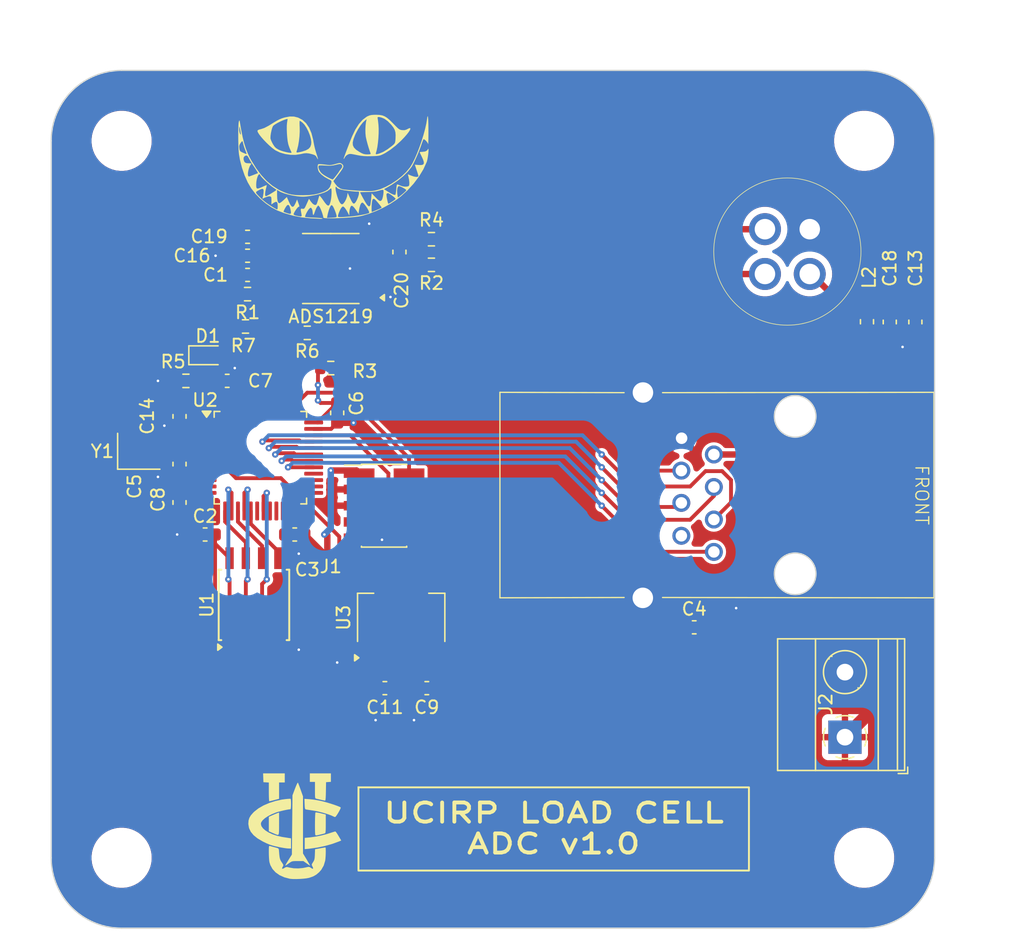
<source format=kicad_pcb>
(kicad_pcb (version 20240108) (generator "pcbnew") (generator_version "8.0")
  (layers (0 "F.Cu" power) (31 "B.Cu" power) (34 "B.Paste" user) (35 "F.Paste" user) (36 "B.SilkS" user "B.Silkscreen") (37 "F.SilkS" user "F.Silkscreen") (38 "B.Mask" user) (39 "F.Mask" user) (44 "Edge.Cuts" user))
  (net 0 "")
  (net 1 "+3.3V")
  (net 2 "GND")
  (net 3 "NRST")
  (net 4 "VBUS")
  (net 5 "VLC")
  (net 6 "Net-(ADS1219-AIN3)")
  (net 7 "Net-(ADS1219-AIN2)")
  (net 8 "Net-(D1-K)")
  (net 9 "DEBUG_SWCLK")
  (net 10 "DEBUG_SWDIO")
  (net 14 "AIN+")
  (net 15 "AIN-")
  (net 16 "ADS_DRDY")
  (net 18 "MEM_SCK")
  (net 19 "MEM_HOLD")
  (net 20 "MEM_CS")
  (net 21 "MEM_MOSI")
  (net 22 "MEM_WP")
  (net 23 "MEM_MISO")
  (net 36 "HSE_IN")
  (net 42 "ADS_DATA")
  (net 44 "ADS_CLK")
  (net 48 "Net-(ADS1219-RESET)")
  (net 50 "ETH_~{RST}")
  (net 51 "ETH_RX")
  (net 52 "ETH_TX")
  (net 53 "ETH_RTS")
  (net 54 "ETH_CTS")
  (footprint "Resistor_SMD:R_0603_1608Metric" (layer "F.Cu") (at 150.2 97.185 180)
    (property "Reference" "R2")
    (property "Value" "100")
  )
  (footprint "Resistor_SMD:R_0603_1608Metric" (layer "F.Cu") (at 131.0225 106.25)
    (property "Reference" "R5")
    (property "Value" "470")
  )
  (footprint "GSE:GC-XPORT" (layer "F.Cu") (at 172.5 115.17 180)
    (property "Reference" "U5" (hide yes))
    (property "Value" "~")
    (fp_circle (center -6.11 6.15) (end -4.485 6.15) (stroke (width 0.1)) (fill none) (layer "Edge.Cuts"))
    (fp_circle (center -6.11 -6.15) (end -4.485 -6.15) (stroke (width 0.1)) (fill none) (layer "Edge.Cuts"))
  )
  (footprint "Package_QFP:LQFP-48_7x7mm_P0.5mm" (layer "F.Cu") (at 136.8375 112.25)
    (property "Reference" "U2")
    (property "Value" "STM32F103C8Tx")
  )
  (footprint "Capacitor_SMD:C_0603_1608Metric_Pad1.08x0.95mm_HandSolder" (layer "F.Cu") (at 135.8375 94.9975 180)
    (property "Reference" "C19")
    (property "Value" "0.1uF")
  )
  (footprint "Resistor_SMD:R_0603_1608Metric" (layer "F.Cu") (at 135.8375 99.475 180)
    (property "Reference" "R1")
    (property "Value" "10k")
  )
  (footprint "Capacitor_SMD:C_0603_1608Metric" (layer "F.Cu") (at 170.725 125.5)
    (property "Reference" "C4")
    (property "Value" "4.7uF")
  )
  (footprint "Capacitor_SMD:C_0603_1608Metric" (layer "F.Cu") (at 132.5225 118.25)
    (property "Reference" "C2")
    (property "Value" "100nF")
  )
  (footprint "Resistor_SMD:R_0603_1608Metric" (layer "F.Cu") (at 142.3375 105.25 180)
    (property "Reference" "R3")
    (property "Value" "10k")
  )
  (footprint "Package_TO_SOT_SMD:SOT-223-3_TabPin2" (layer "F.Cu") (at 147.8375 124.75 90)
    (property "Reference" "U3")
    (property "Value" "AMS1117-3.3")
  )
  (footprint "Package_SO:TSSOP-16_4.4x5mm_P0.65mm" (layer "F.Cu") (at 142.3375 97.475 180)
    (property "Reference" "ADS1219")
    (property "Value" "~")
  )
  (footprint "Crystal:Crystal_SMD_2520-4Pin_2.5x2.0mm" (layer "F.Cu") (at 127.3375 111.75)
    (property "Reference" "Y1")
    (property "Value" "16MHz")
  )
  (footprint "LED_SMD:LED_0603_1608Metric" (layer "F.Cu") (at 132.735 104.25)
    (property "Reference" "D1")
    (property "Value" "GREEN_LED")
  )
  (footprint "TerminalBlock_Phoenix:TerminalBlock_Phoenix_MKDS-1,5-2-5.08_1x02_P5.08mm_Horizontal" (layer "F.Cu") (at 182.5 134.08 90)
    (property "Reference" "J2")
    (property "Value" "Screw_Terminal_01x02")
  )
  (footprint "Connector_PinHeader_1.27mm:PinHeader_2x05_P1.27mm_Vertical_SMD" (layer "F.Cu") (at 146.5 116)
    (property "Reference" "J1")
    (property "Value" "SWD")
  )
  (footprint "Capacitor_SMD:C_0603_1608Metric" (layer "F.Cu") (at 135.8375 97.975 180)
    (property "Reference" "C1")
    (property "Value" "0.1uF")
  )
  (footprint "Capacitor_SMD:C_0603_1608Metric" (layer "F.Cu") (at 188 101.65 -90)
    (property "Reference" "C13")
    (property "Value" "100nF")
  )
  (footprint "Capacitor_SMD:C_0603_1608Metric" (layer "F.Cu") (at 130.5225 109.025 -90)
    (property "Reference" "C14")
    (property "Value" "100nF")
  )
  (footprint "Capacitor_SMD:C_0603_1608Metric" (layer "F.Cu") (at 134.2475 106.25 180)
    (property "Reference" "C7")
    (property "Value" "100nF")
  )
  (footprint "Package_SO:SOIC-8W_5.3x5.3mm_P1.27mm" (layer "F.Cu") (at 136.3375 123.75 90)
    (property "Reference" "U1")
    (property "Value" "~")
  )
  (footprint "Inductor_SMD:L_0603_1608Metric" (layer "F.Cu") (at 184.22 101.63 -90)
    (property "Reference" "L2")
    (property "Value" "3.3uH")
  )
  (footprint "MountingHole:MountingHole_4.3mm_M4" (layer "F.Cu") (at 184 87.5)
    (property "Reference" "H3" (hide yes))
    (property "Value" "MountingHole")
  )
  (footprint "Capacitor_SMD:C_0603_1608Metric" (layer "F.Cu") (at 147.7 96.185 90)
    (property "Reference" "C20")
    (property "Value" "0.1uF")
  )
  (footprint "Capacitor_SMD:C_0603_1608Metric_Pad1.08x0.95mm_HandSolder" (layer "F.Cu") (at 135.8375 96.475 180)
    (property "Reference" "C16")
    (property "Value" "0.1uF")
  )
  (footprint "Capacitor_SMD:C_0603_1608Metric" (layer "F.Cu") (at 130.5225 115.75 90)
    (property "Reference" "C8")
    (property "Value" "100nF")
  )
  (footprint "Capacitor_SMD:C_0603_1608Metric" (layer "F.Cu") (at 139.5225 118.25)
    (property "Reference" "C3")
    (property "Value" "100nF")
  )
  (footprint "MountingHole:MountingHole_4.3mm_M4" (layer "F.Cu") (at 126 87.5)
    (property "Reference" "H2" (hide yes))
    (property "Value" "MountingHole")
  )
  (footprint "Capacitor_SMD:C_0603_1608Metric" (layer "F.Cu") (at 142.8375 108.75 90)
    (property "Reference" "C6")
    (property "Value" "100nF")
  )
  (footprint "UCIRP-KiCAD-Lib:gx12" (layer "F.Cu") (at 178 96.15 180)
    (property "Reference" "GX12" (hide yes))
    (property "Value" "~" (hide yes))
  )
  (footprint "Capacitor_SMD:C_0603_1608Metric" (layer "F.Cu") (at 130.5225 112.75 90)
    (property "Reference" "C5")
    (property "Value" "100nF")
  )
  (footprint "Resistor_SMD:R_0603_1608Metric" (layer "F.Cu") (at 135.675 102)
    (property "Reference" "R7")
    (property "Value" "2.2K")
  )
  (footprint "Resistor_SMD:R_0603_1608Metric" (layer "F.Cu") (at 150.2 95.185 180)
    (property "Reference" "R4")
    (property "Value" "100")
  )
  (footprint "UCILIB:uci_rocket_logo" (layer "F.Cu") (at 139.5 141)
    (property "Reference" "G***" (hide yes))
    (property "Value" "LOGO" (hide yes))
  )
  (footprint "UCILIB:cat_logo" (layer "F.Cu") (at 142.5 89.5)
    (property "Reference" "G***" (hide yes))
    (property "Value" "LOGO" (hide yes))
  )
  (footprint "Capacitor_SMD:C_0603_1608Metric" (layer "F.Cu") (at 146.5625 130.25)
    (property "Reference" "C11")
    (property "Value" "22uF")
  )
  (footprint "Capacitor_SMD:C_0603_1608Metric" (layer "F.Cu") (at 186 101.65 -90)
    (property "Reference" "C18")
    (property "Value" "10uF")
  )
  (footprint "MountingHole:MountingHole_4.3mm_M4" (layer "F.Cu") (at 184 143.5)
    (property "Reference" "H1" (hide yes))
    (property "Value" "MountingHole")
  )
  (footprint "MountingHole:MountingHole_4.3mm_M4" (layer "F.Cu") (at 126 143.5)
    (property "Reference" "H4" (hide yes))
    (property "Value" "MountingHole")
  )
  (footprint "Capacitor_SMD:C_0603_1608Metric" (layer "F.Cu") (at 149.8375 130.25)
    (property "Reference" "C9")
    (property "Value" "22uF")
  )
  (footprint "Resistor_SMD:R_0603_1608Metric" (layer "F.Cu") (at 140.5 102.5 180)
    (property "Reference" "R6")
    (property "Value" "2.2K")
  )
  (gr_line (start 184 82) (end 126 82) (stroke (width 0.1)) (layer "Edge.Cuts"))
  (gr_line (start 120.5 87.5) (end 120.5 143.5) (stroke (width 0.1)) (layer "Edge.Cuts"))
  (gr_line (start 189.5 87.5) (end 189.5 143.5) (stroke (width 0.1)) (layer "Edge.Cuts"))
  (gr_arc (start 184 82) (mid 187.889087 83.610913) (end 189.5 87.5) (stroke (width 0.1)) (layer "Edge.Cuts"))
  (gr_arc (start 189.5 143.5) (mid 187.889087 147.389087) (end 184 149) (stroke (width 0.1)) (layer "Edge.Cuts"))
  (gr_line (start 126 149) (end 184 149) (stroke (width 0.1)) (layer "Edge.Cuts"))
  (gr_arc (start 120.5 87.5) (mid 122.110913 83.610913) (end 126 82) (stroke (width 0.1)) (layer "Edge.Cuts"))
  (gr_arc (start 126 149) (mid 122.110913 147.389087) (end 120.5 143.5) (stroke (width 0.1)) (layer "Edge.Cuts"))
  (gr_text_box "UCIRP LOAD CELL ADC v1.0\n" (start 144.5 138) (end 175 144.5) (layer "F.SilkS") (effects (font (size 1.5 2) (thickness 0.3) (bold yes)) (justify top)) (border yes) (stroke (width 0.15)))
  (segment (start 131.3375 102) (end 130.8375 101.5) (width 0.3) (layer "F.Cu") (net 1))
  (segment (start 131.8375 93.475) (end 136.3375 93.475) (width 0.3) (layer "F.Cu") (net 1))
  (segment (start 144.34 113.25) (end 144.55 113.46) (width 0.5) (layer "F.Cu") (net 1))
  (segment (start 131.3375 113.99688) (end 131.83438 113.5) (width 0.3) (layer "F.Cu") (net 1))
  (segment (start 135.0125 99.475) (end 130.8375 99.475) (width 0.3) (layer "F.Cu") (net 1))
  (segment (start 139.475 97.8) (end 136.7875 97.8) (width 0.3) (layer "F.Cu") (net 1))
  (segment (start 133.4725 106.25) (end 133.4725 104.3) (width 0.3) (layer "F.Cu") (net 1))
  (segment (start 130.5225 114.975) (end 128.1125 114.975) (width 0.3) (layer "F.Cu") (net 1))
  (segment (start 132.6475 107.075) (end 129.0125 107.075) (width 0.3) (layer "F.Cu") (net 1))
  (segment (start 133.2975 118.25) (end 133.2975 128.14) (width 0.3) (layer "F.Cu") (net 1))
  (segment (start 141.988972 118.25) (end 141.8375 118.25) (width 0.5) (layer "F.Cu") (net 1))
  (segment (start 139.475 97.15) (end 137.375 97.15) (width 0.3) (layer "F.Cu") (net 1))
  (segment (start 128.8875 108.25) (end 126.4625 110.675) (width 0.3) (layer "F.Cu") (net 1))
  (segment (start 139.475 97.8) (end 140.269606 97.8) (width 0.3) (layer "F.Cu") (net 1))
  (segment (start 142.0675 118.328528) (end 141.988972 118.25) (width 0.5) (layer "F.Cu") (net 1))
  (segment (start 142.0675 120.02) (end 142.0675 118.328528) (width 0.5) (layer "F.Cu") (net 1))
  (segment (start 129.3375 108.25) (end 127.8375 108.25) (width 0.3) (layer "F.Cu") (net 1))
  (segment (start 139.5875 117.5) (end 139.5875 116.4125) (width 0.3) (layer "F.Cu") (net 1))
  (segment (start 130.8375 102.25) (end 130.8375 101.5) (width 0.3) (layer "F.Cu") (net 1))
  (segment (start 133.4725 106.25) (end 132.6475 107.075) (width 0.3) (layer "F.Cu") (net 1))
  (segment (start 169.95 125.5) (end 147.8375 125.5) (width 0.5) (layer "F.Cu") (net 1))
  (segment (start 124.8375 119.68) (end 133.3725 128.215) (width 0.3) (layer "F.Cu") (net 1))
  (segment (start 141.5125 99.042894) (end 141.5125 105.25) (width 0.3) (layer "F.Cu") (net 1))
  (segment (start 130.6125 114.975) (end 131.3375 114.25) (width 0.3) (layer "F.Cu") (net 1))
  (segment (start 136.7 93.8375) (end 136.7 94.9975) (width 0.3) (layer "F.Cu") (net 1))
  (segment (start 175.5 112) (end 172.26 112) (width 0.5) (layer "F.Cu") (net 1))
  (segment (start 133.3725 128.215) (end 134.0075 128.85) (width 0.3) (layer "F.Cu") (net 1))
  (segment (start 143.6475 121.6) (end 142.0675 120.02) (width 0.5) (layer "F.Cu") (net 1))
  (segment (start 127.8375 108.25) (end 124.8375 108.25) (width 0.3) (layer "F.Cu") (net 1))
  (segment (start 140.269606 97.8) (end 141.5125 99.042894) (width 0.3) (layer "F.Cu") (net 1))
  (segment (start 134.85 102) (end 131.3375 102) (width 0.3) (layer "F.Cu") (net 1))
  (segment (start 147.8375 121.6) (end 147.8375 125.5) (width 0.5) (layer "F.Cu") (net 1))
  (segment (start 175.5 120) (end 175.5 112) (width 0.5) (layer "F.Cu") (net 1))
  (segment (start 136.6125 97.975) (end 136.6125 96.5625) (width 0.3) (layer "F.Cu") (net 1))
  (segment (start 124.8375 108.25) (end 130.8375 102.25) (width 0.3) (layer "F.Cu") (net 1))
  (segment (start 141.3125 109.5) (end 142.8375 107.975) (width 0.3) (layer "F.Cu") (net 1))
  (segment (start 129.0125 107.075) (end 127.8375 108.25) (width 0.3) (layer "F.Cu") (net 1))
  (segment (start 130.8375 99.475) (end 131.3375 98.975) (width 0.3) (layer "F.Cu") (net 1))
  (segment (start 124.8375 108.25) (end 124.8375 118.25) (width 0.3) (layer "F.Cu") (net 1))
  (segment (start 131.83438 113.5) (end 132.675 113.5) (width 0.3) (layer "F.Cu") (net 1))
  (segment (start 126.4625 110.675) (end 126.4625 111.05) (width 0.3) (layer "F.Cu") (net 1))
  (segment (start 141.3375 106.575) (end 141.3375 105.425) (width 0.3) (layer "F.Cu") (net 1))
  (segment (start 124.8375 118.25) (end 124.8375 119.68) (width 0.3) (layer "F.Cu") (net 1))
  (segment (start 147.8375 125.5) (end 147.8375 127.9) (width 0.5) (layer "F.Cu") (net 1))
  (segment (start 131.425 108.25) (end 132.675 109.5) (width 0.3) (layer "F.Cu") (net 1))
  (segment (start 130.8375 101.5) (end 130.8375 99.475) (width 0.3) (layer "F.Cu") (net 1))
  (segment (start 142.0675 120.02) (end 140.2975 118.25) (width 0.5) (layer "F.Cu") (net 1))
  (segment (start 133.2975 128.14) (end 133.3725 128.215) (width 0.3) (layer "F.Cu") (net 1))
  (segment (start 131.3375 98.975) (end 131.3375 93.975) (width 0.3) (layer "F.Cu") (net 1))
  (segment (start 133.2975 118.25) (end 133.2975 118.965) (width 0.3) (layer "F.Cu") (net 1))
  (segment (start 134.0875 108.0875) (end 134.0875 106.865) (width 0.3) (layer "F.Cu") (net 1))
  (segment (start 140.2975 118.21) (end 139.5875 117.5) (width 0.3) (layer "F.Cu") (net 1))
  (segment (start 131.3375 93.975) (end 131.8375 93.475) (width 0.3) (layer "F.Cu") (net 1))
  (segment (start 142.3375 113.25) (end 144.34 113.25) (width 0.5) (layer "F.Cu") (net 1))
  (segment (start 130.5225 108.25) (end 131.425 108.25) (width 0.3) (layer "F.Cu") (net 1))
  (segment (start 128.1125 114.975) (end 124.8375 118.25) (width 0.3) (layer "F.Cu") (net 1))
  (segment (start 133.2975 118.965) (end 134.4325 120.1) (width 0.3) (layer "F.Cu") (net 1))
  (segment (start 134.0875 106.865) (end 133.4725 106.25) (width 0.3) (layer "F.Cu") (net 1))
  (segment (start 136.3375 93.475) (end 136.7 93.8375) (width 0.3) (layer "F.Cu") (net 1))
  (segment (start 134.0075 128.85) (end 140.5875 128.85) (width 0.3) (layer "F.Cu") (net 1))
  (segment (start 140.5875 128.85) (end 147.8375 121.6) (width 0.3) (layer "F.Cu") (net 1))
  (segment (start 129.3375 108.25) (end 128.8875 108.25) (width 0.3) (layer "F.Cu") (net 1))
  (segment (start 175.45 120) (end 175.5 120) (width 0.5) (layer "F.Cu") (net 1))
  (segment (start 137.375 97.15) (end 136.7 96.475) (width 0.3) (layer "F.Cu") (net 1))
  (segment (start 136.7 96.475) (end 136.7 94.9975) (width 0.3) (layer "F.Cu") (net 1))
  (segment (start 131.3375 114.25) (end 131.3375 113.99688) (width 0.3) (layer "F.Cu") (net 1))
  (segment (start 169.95 125.5) (end 175.45 120) (width 0.5) (layer "F.Cu") (net 1))
  (segment (start 141.5375 107.975) (end 141.3375 107.775) (width 0.3) (layer "F.Cu") (net 1))
  (segment (start 147.3375 130.25) (end 147.3375 128.4) (width 0.5) (layer "F.Cu") (net 1))
  (segment (start 130.5225 108.25) (end 129.3375 108.25) (width 0.3) (layer "F.Cu") (net 1))
  (segment (start 139.475 95.2) (end 136.9025 95.2) (width 0.3) (layer "F.Cu") (net 1))
  (segment (start 142.8375 107.975) (end 141.5375 107.975) (width 0.3) (layer "F.Cu") (net 1))
  (segment (start 147.8375 121.6) (end 143.6475 121.6) (width 0.5) (layer "F.Cu") (net 1))
  (via (at 142.3375 113.25) (size 0.5) (drill 0.2) (layers "F.Cu" "B.Cu") (net 1))
  (via (at 141.3375 106.575) (size 0.5) (drill 0.2) (layers "F.Cu" "B.Cu") (net 1))
  (via (at 141.8375 118.25) (size 0.5) (drill 0.2) (layers "F.Cu" "B.Cu") (net 1))
  (via (at 141.3375 107.775) (size 0.5) (drill 0.2) (layers "F.Cu" "B.Cu") (net 1))
  (segment (start 142.3375 117.75) (end 142.3375 113.25) (width 0.5) (layer "B.Cu") (net 1))
  (segment (start 141.8375 118.25) (end 142.3375 117.75) (width 0.5) (layer "B.Cu") (net 1))
  (segment (start 141.3375 107.775) (end 141.3375 106.575) (width 0.3) (layer "B.Cu") (net 1))
  (segment (start 130.5225 116.525) (end 130.5225 118.065) (width 0.3) (layer "F.Cu") (net 2))
  (segment (start 145.2 95.2) (end 145.2 94.1125) (width 0.3) (layer "F.Cu") (net 2))
  (segment (start 131.0475 113) (end 130.5225 113.525) (width 0.3) (layer "F.Cu") (net 2))
  (segment (start 146.25 116) (end 146.3375 116.0875) (width 0.5) (layer "F.Cu") (net 2))
  (segment (start 130.1975 106.25) (end 128.8375 106.25) (width 0.3) (layer "F.Cu") (net 2))
  (segment (start 134.5875 106.685) (end 135.0225 106.25) (width 0.3) (layer "F.Cu") (net 2))
  (segment (start 135.4725 106.25) (end 135.0225 106.25) (width 0.3) (layer "F.Cu") (net 2))
  (segment (start 144.55 114.73) (end 144.55 116) (width 0.5) (layer "F.Cu") (net 2))
  (segment (start 144.1125 109.525) (end 142.8375 109.525) (width 0.3) (layer "F.Cu") (net 2))
  (segment (start 145.5375 127.9) (end 143.1875 127.9) (width 0.5) (layer "F.Cu") (net 2))
  (segment (start 132.675 113) (end 131.0475 113) (width 0.3) (layer "F.Cu") (net 2))
  (segment (start 138.7475 118.66) (end 139.8375 119.75) (width 0.3) (layer "F.Cu") (net 2))
  (segment (start 129.3875 109.8) (end 129.3375 109.75) (width 0.3) (layer "F.Cu") (net 2))
  (segment (start 128.2125 112.45) (end 129.4475 112.45) (width 0.5) (layer "F.Cu") (net 2))
  (segment (start 145.7875 132.7) (end 145.8375 132.75) (width 0.5) (layer "F.Cu") (net 2))
  (segment (start 135.0625 97.975) (end 135.0625 96.5625) (width 0.5) (layer "F.Cu") (net 2))
  (segment (start 139.0875 117.91) (end 139.0875 116.4125) (width 0.3) (layer "F.Cu") (net 2))
  (segment (start 136.0875 106.865) (end 135.4725 106.25) (width 0.3) (layer "F.Cu") (net 2))
  (segment (start 136.0875 108.0875) (end 136.0875 106.865) (width 0.3) (layer "F.Cu") (net 2))
  (segment (start 139.6875 127.4) (end 139.8375 127.25) (width 0.3) (layer "F.Cu") (net 2))
  (segment (start 144.1625 97.8) (end 143.8375 97.475) (width 0.3) (layer "F.Cu") (net 2))
  (segment (start 135.0225 106.25) (end 135.0225 105.435) (width 0.3) (layer "F.Cu") (net 2))
  (segment (start 146.2175 118.54) (end 146.3375 118.66) (width 0.5) (layer "F.Cu") (net 2))
  (segment (start 130.5225 109.8) (end 129.3875 109.8) (width 0.3) (layer "F.Cu") (net 2))
  (segment (start 129.0625 113.525) (end 128.8375 113.75) (width 0.5) (layer "F.Cu") (net 2))
  (segment (start 145.7875 130.25) (end 145.7875 132.7) (width 0.5) (layer "F.Cu") (net 2))
  (segment (start 141 110) (end 142.3625 110) (width 0.3) (layer "F.Cu") (net 2))
  (segment (start 143.1875 127.9) (end 142.8375 128.25) (width 0.5) (layer "F.Cu") (net 2))
  (segment (start 134.975 96.475) (end 133.3375 96.475) (width 0.5) (layer "F.Cu") (net 2))
  (segment (start 146.3375 116.0875) (end 146.3375 118.66) (width 0.5) (layer "F.Cu") (net 2))
  (segment (start 147 99.699266) (end 145.250734 99.699266) (width 0.3) (layer "F.Cu") (net 2))
  (segment (start 138.7475 118.25) (end 138.7475 118.66) (width 0.3) (layer "F.Cu") (net 2))
  (segment (start 149.0625 132.525) (end 148.8375 132.75) (width 0.5) (layer "F.Cu") (net 2))
  (segment (start 129.4475 112.45) (end 130.5225 113.525) (width 0.5) (layer "F.Cu") (net 2))
  (segment (start 135.0225 105.435) (end 134.8375 105.25) (width 0.3) (layer "F.Cu") (net 2))
  (segment (start 145.2 99.1) (end 145.2 99.75) (width 0.3) (layer "F.Cu") (net 2))
  (segment (start 142.3625 110) (end 142.8375 109.525) (width 0.3) (layer "F.Cu") (net 2))
  (segment (start 134.5875 108.0875) (end 134.5875 106.685) (width 0.3) (layer "F.Cu") (net 2))
  (segment (start 145.2 97.15) (end 145.2 97.8) (width 0.3) (layer "F.Cu") (net 2))
  (segment (start 138.7475 118.25) (end 139.0875 117.91) (width 0.3) (layer "F.Cu") (net 2))
  (segment (start 130.5225 113.525) (end 129.0625 113.525) (width 0.5) (layer "F.Cu") (net 2))
  (segment (start 134.975 94.9975) (end 134.975 96.475) (width 0.5) (layer "F.Cu") (net 2))
  (segment (start 131.7475 118.25) (end 130.3375 118.25) (width 0.3) (layer "F.Cu") (net 2))
  (segment (start 149.0625 130.25) (end 149.0625 132.525) (width 0.5) (layer "F.Cu") (net 2))
  (segment (start 130.5225 118.065) (end 130.3375 118.25) (width 0.3) (layer "F.Cu") (net 2))
  (segment (start 187 103.6) (end 188 102.6) (width 0.5) (layer "F.Cu") (net 2))
  (segment (start 144.55 118.54) (end 146.2175 118.54) (width 0.5) (layer "F.Cu") (net 2))
  (segment (start 145.2 97.8) (end 144.1625 97.8) (width 0.3) (layer "F.Cu") (net 2))
  (segment (start 138.2425 127.4) (end 139.6875 127.4) (width 0.3) (layer "F.Cu") (net 2))
  (segment (start 187 103.6) (end 186 102.6) (width 0.5) (layer "F.Cu") (net 2))
  (segment (start 145.2 94.1125) (end 145.3375 93.975) (width 0.3) (layer "F.Cu") (net 2))
  (segment (start 144.55 116) (end 146.25 116) (width 0.5) (layer "F.Cu") (net 2))
  (via (at 143.8375 97.475) (size 0.5) (drill 0.2) (layers "F.Cu" "B.Cu") (net 2))
  (via (at 139.8375 119.75) (size 0.5) (drill 0.2) (layers "F.Cu" "B.Cu") (net 2))
  (via (at 139.8375 127.25) (size 0.5) (drill 0.2) (layers "F.Cu" "B.Cu") (net 2))
  (via (at 133.3375 96.475) (size 0.5) (drill 0.2) (layers "F.Cu" "B.Cu") (net 2))
  (via (at 146.3375 118.66) (size 0.5) (drill 0.2) (layers "F.Cu" "B.Cu") (net 2))
  (via (at 145.3375 93.975) (size 0.5) (drill 0.2) (layers "F.Cu" "B.Cu") (net 2))
  (via (at 147 99.699266) (size 0.5) (drill 0.2) (layers "F.Cu" "B.Cu") (net 2))
  (via (at 142.8375 128.25) (size 0.5) (drill 0.2) (layers "F.Cu" "B.Cu") (net 2))
  (via (at 129.3375 109.75) (size 0.5) (drill 0.2) (layers "F.Cu" "B.Cu") (net 2))
  (via (at 145.8375 132.75) (size 0.5) (drill 0.2) (layers "F.Cu" "B.Cu") (net 2))
  (via (at 128.8375 106.25) (size 0.5) (drill 0.2) (layers "F.Cu" "B.Cu") (net 2))
  (via (at 134.8375 105.25) (size 0.5) (drill 0.2) (layers "F.Cu" "B.Cu") (net 2))
  (via (at 148.8375 132.75) (size 0.5) (drill 0.2) (layers "F.Cu" "B.Cu") (net 2))
  (via (at 187 103.6) (size 0.5) (drill 0.2) (layers "F.Cu" "B.Cu") (net 2))
  (via (at 174 124) (size 0.5) (drill 0.2) (layers "F.Cu" "B.Cu") (net 2))
  (via (at 128.8375 113.75) (size 0.5) (drill 0.2) (layers "F.Cu" "B.Cu") (net 2))
  (via (at 130.3375 118.25) (size 0.5) (drill 0.2) (layers "F.Cu" "B.Cu") (net 2))
  (via (at 144.1125 109.525) (size 0.5) (drill 0.2) (layers "F.Cu" "B.Cu") (net 2))
  (segment (start 131.0475 112.5) (end 130.5225 111.975) (width 0.3) (layer "F.Cu") (net 3))
  (segment (start 148.45 118.54) (end 147.73 119.26) (width 0.3) (layer "F.Cu") (net 3))
  (segment (start 143 118.4125) (end 138.4375 113.85) (width 0.3) (layer "F.Cu") (net 3))
  (segment (start 143 119.26) (end 143 118.4125) (width 0.3) (layer "F.Cu") (net 3))
  (segment (start 138.4375 113.85) (end 134.9375 113.85) (width 0.3) (layer "F.Cu") (net 3))
  (segment (start 134.9375 113.85) (end 133.5875 112.5) (width 0.3) (layer "F.Cu") (net 3))
  (segment (start 133.5875 112.5) (end 132.675 112.5) (width 0.3) (layer "F.Cu") (net 3))
  (segment (start 132.675 112.5) (end 131.0475 112.5) (width 0.3) (layer "F.Cu") (net 3))
  (segment (start 147.73 119.26) (end 143 119.26) (width 0.3) (layer "F.Cu") (net 3))
  (segment (start 187.5 129.08) (end 187.5 109.5) (width 1) (layer "F.Cu") (net 4))
  (segment (start 184.22 106.22) (end 184.22 102.4175) (width 1) (layer "F.Cu") (net 4))
  (segment (start 187.5 109.5) (end 184.22 106.22) (width 1) (layer "F.Cu") (net 4))
  (segment (start 182.5 134.08) (end 187.5 129.08) (width 1) (layer "F.Cu") (net 4))
  (segment (start 184.22 100.8425) (end 185.9675 100.8425) (width 0.5) (layer "F.Cu") (net 5))
  (segment (start 186 100.875) (end 188 100.875) (width 0.5) (layer "F.Cu") (net 5))
  (segment (start 184.22 100.8425) (end 182.8225 100.8425) (width 0.5) (layer "F.Cu") (net 5))
  (segment (start 182.8225 100.8425) (end 179.76 97.78) (width 0.5) (layer "F.Cu") (net 5))
  (segment (start 145.2 96.5) (end 147.1 96.5) (width 0.3) (layer "F.Cu") (net 6))
  (segment (start 149.375 97.185) (end 147.925 97.185) (width 0.5) (layer "F.Cu") (net 6))
  (segment (start 147.1 96.5) (end 147.6 97) (width 0.3) (layer "F.Cu") (net 6))
  (segment (start 145.2 95.85) (end 147.2 95.85) (width 0.3) (layer "F.Cu") (net 7))
  (segment (start 147.2 95.85) (end 147.6 95.45) (width 0.3) (layer "F.Cu") (net 7))
  (segment (start 149.375 95.185) (end 147.925 95.185) (width 0.5) (layer "F.Cu") (net 7))
  (segment (start 131.9475 104.25) (end 131.9475 106.15) (width 0.3) (layer "F.Cu") (net 8))
  (segment (start 148.45 114.73) (end 146.8575 114.73) (width 0.3) (layer "F.Cu") (net 9))
  (segment (start 146.8575 114.73) (end 146.8375 114.75) (width 0.3) (layer "F.Cu") (net 9))
  (segment (start 146.8375 113.4775) (end 143.86 110.5) (width 0.3) (layer "F.Cu") (net 9))
  (segment (start 143.86 110.5) (end 141 110.5) (width 0.3) (layer "F.Cu") (net 9))
  (segment (start 146.8375 114.75) (end 146.8375 113.4775) (width 0.3) (layer "F.Cu") (net 9))
  (segment (start 140.5 107.175) (end 139.5875 108.0875) (width 0.3) (layer "F.Cu") (net 10))
  (segment (start 143.331908 107.175) (end 140.5 107.175) (width 0.3) (layer "F.Cu") (net 10))
  (segment (start 148.45 113.46) (end 148.45 112.293092) (width 0.3) (layer "F.Cu") (net 10))
  (segment (start 148.45 112.293092) (end 143.331908 107.175) (width 0.3) (layer "F.Cu") (net 10))
  (segment (start 151.805 94.405) (end 151.025 95.185) (width 0.5) (layer "F.Cu") (net 14))
  (segment (start 176.26 94.405) (end 151.805 94.405) (width 0.5) (layer "F.Cu") (net 14))
  (segment (start 176.26 97.905) (end 151.745 97.905) (width 0.5) (layer "F.Cu") (net 15))
  (segment (start 151.745 97.905) (end 151.025 97.185) (width 0.5) (layer "F.Cu") (net 15))
  (segment (start 138.0875 107.24688) (end 140.5 104.83438) (width 0.3) (layer "F.Cu") (net 16))
  (segment (start 140.5 104.83438) (end 140.5 101.5) (width 0.3) (layer "F.Cu") (net 16))
  (segment (start 136.6625 99.475) (end 137.3375 99.475) (width 0.3) (layer "F.Cu") (net 16))
  (segment (start 141 101) (end 141 99.237501) (width 0.3) (layer "F.Cu") (net 16))
  (segment (start 141 99.237501) (end 140.212499 98.45) (width 0.3) (layer "F.Cu") (net 16))
  (segment (start 140.5 101.5) (end 141 101) (width 0.3) (layer "F.Cu") (net 16))
  (segment (start 137.3375 99.475) (end 138.3625 98.45) (width 0.3) (layer "F.Cu") (net 16))
  (segment (start 138.3625 98.45) (end 139.475 98.45) (width 0.3) (layer "F.Cu") (net 16))
  (segment (start 140.212499 98.45) (end 139.475 98.45) (width 0.3) (layer "F.Cu") (net 16))
  (segment (start 138.0875 108.0875) (end 138.0875 107.24688) (width 0.3) (layer "F.Cu") (net 16))
  (segment (start 136.9725 120.1) (end 136.9725 119.13812) (width 0.3) (layer "F.Cu") (net 18))
  (segment (start 136.9725 119.13812) (end 135.0875 117.25312) (width 0.3) (layer "F.Cu") (net 18))
  (segment (start 135.0875 117.25312) (end 135.0875 116.4125) (width 0.3) (layer "F.Cu") (net 18))
  (segment (start 134.0875 117.25312) (end 134.0875 116.4125) (width 0.3) (layer "F.Cu") (net 19))
  (segment (start 135.7025 118.86812) (end 134.0875 117.25312) (width 0.3) (layer "F.Cu") (net 19))
  (segment (start 135.7025 120.1) (end 135.7025 118.86812) (width 0.3) (layer "F.Cu") (net 19))
  (segment (start 134.4325 127.4) (end 134.4325 121.845) (width 0.3) (layer "F.Cu") (net 20))
  (segment (start 134.3375 114.75) (end 134.5875 115) (width 0.3) (layer "F.Cu") (net 20))
  (segment (start 134.5875 115) (end 134.5875 116.4125) (width 0.3) (layer "F.Cu") (net 20))
  (segment (start 134.4325 121.845) (end 134.3375 121.75) (width 0.3) (layer "F.Cu") (net 20))
  (via (at 134.3375 121.75) (size 0.5) (drill 0.2) (layers "F.Cu" "B.Cu") (net 20))
  (via (at 134.3375 114.75) (size 0.5) (drill 0.2) (layers "F.Cu" "B.Cu") (net 20))
  (segment (start 134.3375 121.75) (end 134.3375 114.75) (width 0.3) (layer "B.Cu") (net 20))
  (segment (start 136.0875 117.42) (end 136.0875 116.4125) (width 0.3) (layer "F.Cu") (net 21))
  (segment (start 138.2425 119.575) (end 136.0875 117.42) (width 0.3) (layer "F.Cu") (net 21))
  (segment (start 136.9725 127.4) (end 136.9725 122.115) (width 0.3) (layer "F.Cu") (net 22))
  (segment (start 137.0875 115.25) (end 137.0875 116.4125) (width 0.3) (layer "F.Cu") (net 22))
  (segment (start 137.3375 115) (end 137.0875 115.25) (width 0.3) (layer "F.Cu") (net 22))
  (segment (start 136.9725 122.115) (end 137.3375 121.75) (width 0.3) (layer "F.Cu") (net 22))
  (via (at 137.3375 115) (size 0.5) (drill 0.2) (layers "F.Cu" "B.Cu") (net 22))
  (via (at 137.3375 121.75) (size 0.5) (drill 0.2) (layers "F.Cu" "B.Cu") (net 22))
  (segment (start 137.3375 121.75) (end 137.3375 115) (width 0.3) (layer "B.Cu") (net 22))
  (segment (start 135.7025 121.885) (end 135.8375 121.75) (width 0.3) (layer "F.Cu") (net 23))
  (segment (start 135.5875 115) (end 135.5875 116.4125) (width 0.3) (layer "F.Cu") (net 23))
  (segment (start 135.8375 114.75) (end 135.5875 115) (width 0.3) (layer "F.Cu") (net 23))
  (segment (start 135.7025 127.4) (end 135.7025 121.885) (width 0.3) (layer "F.Cu") (net 23))
  (via (at 135.8375 114.75) (size 0.5) (drill 0.2) (layers "F.Cu" "B.Cu") (net 23))
  (via (at 135.8375 121.75) (size 0.5) (drill 0.2) (layers "F.Cu" "B.Cu") (net 23))
  (segment (start 135.8375 121.75) (end 135.8375 114.75) (width 0.3) (layer "B.Cu") (net 23))
  (segment (start 128.2125 111.05) (end 131.38438 111.05) (width 0.3) (layer "F.Cu") (net 36))
  (segment (start 131.38438 111.05) (end 131.83438 111.5) (width 0.3) (layer "F.Cu") (net 36))
  (segment (start 131.83438 111.5) (end 132.675 111.5) (width 0.3) (layer "F.Cu") (net 36))
  (segment (start 139.475 99.1) (end 138.7375 99.1) (width 0.3) (layer "F.Cu") (net 42))
  (segment (start 138.7375 99.1) (end 136.5875 101.25) (width 0.3) (layer "F.Cu") (net 42))
  (segment (start 136.5875 101.25) (end 136.5875 108.0875) (width 0.3) (layer "F.Cu") (net 42))
  (segment (start 139.675 102.5) (end 139.675 104.73009) (width 0.3) (layer "F.Cu") (net 44))
  (segment (start 137.0875 107.31759) (end 137.0875 108.0875) (width 0.2) (layer "F.Cu") (net 44))
  (segment (start 139.675 104.73009) (end 137.0875 107.31759) (width 0.3) (layer "F.Cu") (net 44))
  (segment (start 139.475 99.75) (end 139.675 99.95) (width 0.2) (layer "F.Cu") (net 44))
  (segment (start 139.675 99.95) (end 139.675 102.5) (width 0.3) (layer "F.Cu") (net 44))
  (segment (start 144.462501 98.45) (end 143.1625 99.750001) (width 0.3) (layer "F.Cu") (net 48))
  (segment (start 145.2 98.45) (end 144.462501 98.45) (width 0.3) (layer "F.Cu") (net 48))
  (segment (start 143.1625 99.750001) (end 143.1625 105.25) (width 0.3) (layer "F.Cu") (net 48))
  (segment (start 139.86985 110.9) (end 137.1 110.9) (width 0.3) (layer "F.Cu") (net 50))
  (segment (start 164.76 113.26) (end 169.72 113.26) (width 0.3) (layer "F.Cu") (net 50))
  (segment (start 163.5 112) (end 164.76 113.26) (width 0.3) (layer "F.Cu") (net 50))
  (segment (start 141 111) (end 139.96985 111) (width 0.3) (layer "F.Cu") (net 50))
  (segment (start 137.1 110.9) (end 137 111) (width 0.3) (layer "F.Cu") (net 50))
  (segment (start 139.96985 111) (end 139.86985 110.9) (width 0.3) (layer "F.Cu") (net 50))
  (via (at 137 111) (size 0.5) (drill 0.2) (layers "F.Cu" "B.Cu") (net 50))
  (via (at 163.5 112) (size 0.5) (drill 0.2) (layers "F.Cu" "B.Cu") (net 50))
  (segment (start 137.5 110.5) (end 137 111) (width 0.3) (layer "B.Cu") (net 50))
  (segment (start 162 110.5) (end 137.5 110.5) (width 0.3) (layer "B.Cu") (net 50))
  (segment (start 162 110.5) (end 163.5 112) (width 0.3) (layer "B.Cu") (net 50))
  (segment (start 139.455636 111.9) (end 138.1 111.9) (width 0.3) (layer "F.Cu") (net 51))
  (segment (start 138.1 111.9) (end 138 112) (width 0.3) (layer "F.Cu") (net 51))
  (segment (start 139.555636 112) (end 139.455636 111.9) (width 0.3) (layer "F.Cu") (net 51))
  (segment (start 163.5 114) (end 165.6 116.1) (width 0.3) (layer "F.Cu") (net 51))
  (segment (start 165.6 116.1) (end 169.4 116.1) (width 0.3) (layer "F.Cu") (net 51))
  (segment (start 141 112) (end 139.555636 112) (width 0.3) (layer "F.Cu") (net 51))
  (via (at 138 112) (size 0.5) (drill 0.2) (layers "F.Cu" "B.Cu") (net 51))
  (via (at 163.5 114) (size 0.5) (drill 0.2) (layers "F.Cu" "B.Cu") (net 51))
  (segment (start 161 111.5) (end 138.5 111.5) (width 0.3) (layer "B.Cu") (net 51))
  (segment (start 161 111.5) (end 163.5 114) (width 0.3) (layer "B.Cu") (net 51))
  (segment (start 138.5 111.5) (end 138 112) (width 0.3) (layer "B.Cu") (net 51))
  (segment (start 141 112.5) (end 139.348529 112.5) (width 0.3) (layer "F.Cu") (net 52))
  (segment (start 138.6 112.4) (end 138.5 112.5) (width 0.3) (layer "F.Cu") (net 52))
  (segment (start 167.503254 117.1) (end 167.622855 117.1) (width 0.3) (layer "F.Cu") (net 52))
  (segment (start 165.5 117) (end 163.5 115) (width 0.3) (layer "F.Cu") (net 52))
  (segment (start 170.4 117.1) (end 172.26 115.24) (width 0.3) (layer "F.Cu") (net 52))
  (segment (start 165.6 117.1) (end 165.5 117) (width 0.3) (layer "F.Cu") (net 52))
  (segment (start 167.622855 117.1) (end 170.4 117.1) (width 0.3) (layer "F.Cu") (net 52))
  (segment (start 172.26 115.24) (end 172.26 114.54) (width 0.3) (layer "F.Cu") (net 52))
  (segment (start 139.348529 112.5) (end 139.248529 112.4) (width 0.3) (layer "F.Cu") (net 52))
  (segment (start 139.248529 112.4) (end 138.6 112.4) (width 0.3) (layer "F.Cu") (net 52))
  (segment (start 167.503254 117.1) (end 165.6 117.1) (width 0.3) (layer "F.Cu") (net 52))
  (via (at 138.5 112.5) (size 0.5) (drill 0.2) (layers "F.Cu" "B.Cu") (net 52))
  (via (at 163.5 115) (size 0.5) (drill 0.2) (layers "F.Cu" "B.Cu") (net 52))
  (segment (start 160.65 112.15) (end 163.5 115) (width 0.3) (layer "B.Cu") (net 52))
  (segment (start 138.85 112.15) (end 138.5 112.5) (width 0.3) (layer "B.Cu") (net 52))
  (segment (start 160.65 112.15) (end 138.85 112.15) (width 0.3) (layer "B.Cu") (net 52))
  (segment (start 170.407537 114.5) (end 171.607537 113.3) (width 0.3) (layer "F.Cu") (net 53))
  (segment (start 163.5 113) (end 165 114.5) (width 0.3) (layer "F.Cu") (net 53))
  (segment (start 165 114.5) (end 170.407537 114.5) (width 0.3) (layer "F.Cu") (net 53))
  (segment (start 173.6 113.997537) (end 173.6 115.74) (width 0.3) (layer "F.Cu") (net 53))
  (segment (start 137.6 111.4) (end 137.5 111.5) (width 0.3) (layer "F.Cu") (net 53))
  (segment (start 139.662743 111.4) (end 137.6 111.4) (width 0.3) (layer "F.Cu") (net 53))
  (segment (start 171.607537 113.3) (end 172.902463 113.3) (width 0.3) (layer "F.Cu") (net 53))
  (segment (start 172.902463 113.3) (end 173.6 113.997537) (width 0.3) (layer "F.Cu") (net 53))
  (segment (start 173.6 115.74) (end 172.26 117.08) (width 0.3) (layer "F.Cu") (net 53))
  (segment (start 139.762743 111.5) (end 139.662743 111.4) (width 0.3) (layer "F.Cu") (net 53))
  (segment (start 141 111.5) (end 139.762743 111.5) (width 0.3) (layer "F.Cu") (net 53))
  (via (at 137.5 111.5) (size 0.5) (drill 0.2) (layers "F.Cu" "B.Cu") (net 53))
  (via (at 163.5 113) (size 0.5) (drill 0.2) (layers "F.Cu" "B.Cu") (net 53))
  (segment (start 138 111) (end 137.5 111.5) (width 0.3) (layer "B.Cu") (net 53))
  (segment (start 161.5 111) (end 138 111) (width 0.3) (layer "B.Cu") (net 53))
  (segment (start 161.5 111) (end 163.5 113) (width 0.3) (layer "B.Cu") (net 53))
  (segment (start 167.1 119.6) (end 163.5 116) (width 0.3) (layer "F.Cu") (net 54))
  (segment (start 172.25 119.6) (end 167.1 119.6) (width 0.3) (layer "F.Cu") (net 54))
  (segment (start 141 113) (end 139 113) (width 0.3) (layer "F.Cu") (net 54))
  (via (at 139 113) (size 0.5) (drill 0.2) (layers "F.Cu" "B.Cu") (net 54))
  (via (at 163.5 116) (size 0.5) (drill 0.2) (layers "F.Cu" "B.Cu") (net 54))
  (segment (start 139.35 112.65) (end 139 113) (width 0.3) (layer "B.Cu") (net 54))
  (segment (start 160.15 112.65) (end 163.5 116) (width 0.3) (layer "B.Cu") (net 54))
  (segment (start 160.15 112.65) (end 139.35 112.65) (width 0.3) (layer "B.Cu") (net 54))
  (zone (net 4) (net_name "VBUS") (layer "F.Cu") (priority 1) (connect_pads (clearance 0)) (min_thickness 0.25) (fill yes (thermal_gap 0.5) (thermal_bridge_width 0.5))
    (polygon (pts (xy 185 131.5) (xy 178.5 131.5) (xy 151.5 127) (xy 149.5 127) (xy 149.5 129) (xy 150 129.5) (xy 150 131) (xy 178.5 136.5) (xy 185 136.5)))
  )
  (zone (net 2) (net_name "GND") (layer "F.Cu") (connect_pads (clearance 0.25)) (min_thickness 0.5) (fill yes (thermal_gap 0.5) (thermal_bridge_width 0.5))
    (polygon (pts (xy 116.5 76.5) (xy 196.5 76.5) (xy 195.5 149.5) (xy 116.5 150)))
  )
  (zone (net 2) (net_name "GND") (layer "B.Cu") (priority 2) (connect_pads yes (clearance 1)) (min_thickness 0.25) (fill yes (thermal_gap 0.5) (thermal_bridge_width 0.5))
    (polygon (pts (xy 116.5 76.5) (xy 196 76.5) (xy 195 149) (xy 117 150)))
  )
)
</source>
